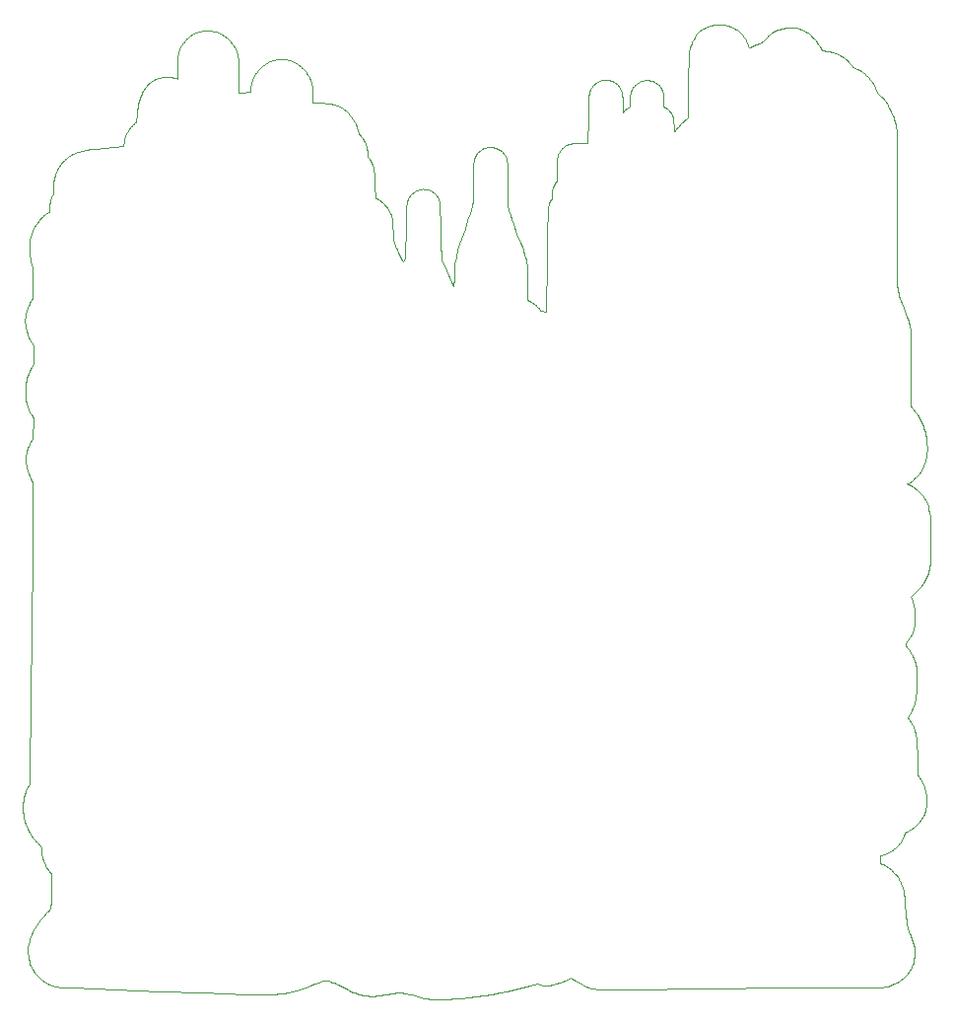
<source format=gm1>
G04 #@! TF.GenerationSoftware,KiCad,Pcbnew,9.0.3*
G04 #@! TF.CreationDate,2025-08-17T22:36:11+02:00*
G04 #@! TF.ProjectId,CH32PBG,43483332-5042-4472-9e6b-696361645f70,rev?*
G04 #@! TF.SameCoordinates,Original*
G04 #@! TF.FileFunction,Profile,NP*
%FSLAX46Y46*%
G04 Gerber Fmt 4.6, Leading zero omitted, Abs format (unit mm)*
G04 Created by KiCad (PCBNEW 9.0.3) date 2025-08-17 22:36:11*
%MOMM*%
%LPD*%
G01*
G04 APERTURE LIST*
G04 #@! TA.AperFunction,Profile*
%ADD10C,0.026458*%
G04 #@! TD*
G04 APERTURE END LIST*
D10*
X170571724Y-59170951D02*
X170768261Y-59190823D01*
X170877732Y-59208735D01*
X170986183Y-59231581D01*
X171093450Y-59259244D01*
X171199366Y-59291608D01*
X171303768Y-59328557D01*
X171406488Y-59369973D01*
X171507362Y-59415740D01*
X171606225Y-59465742D01*
X171702911Y-59519862D01*
X171797254Y-59577983D01*
X171889089Y-59639989D01*
X171978252Y-59705763D01*
X172064575Y-59775189D01*
X172147895Y-59848149D01*
X172228045Y-59924529D01*
X172304860Y-60004210D01*
X172360094Y-60065804D01*
X172413311Y-60129223D01*
X172464444Y-60194392D01*
X172513428Y-60261236D01*
X172560198Y-60329678D01*
X172604688Y-60399644D01*
X172646834Y-60471057D01*
X172686570Y-60543841D01*
X172723830Y-60617922D01*
X172758550Y-60693223D01*
X172790664Y-60769668D01*
X172820107Y-60847182D01*
X172846813Y-60925689D01*
X172870717Y-61005114D01*
X172891754Y-61085381D01*
X172909859Y-61166413D01*
X172984678Y-61129307D01*
X173060017Y-61093822D01*
X173211975Y-61026935D01*
X173365172Y-60964191D01*
X173519045Y-60904026D01*
X173826574Y-60785186D01*
X173979107Y-60723387D01*
X174130070Y-60657917D01*
X174202649Y-60561698D01*
X174276755Y-60470426D01*
X174352264Y-60383978D01*
X174429051Y-60302230D01*
X174506991Y-60225056D01*
X174585961Y-60152334D01*
X174665835Y-60083938D01*
X174746489Y-60019745D01*
X174827799Y-59959631D01*
X174909640Y-59903471D01*
X175074416Y-59802519D01*
X175239822Y-59715894D01*
X175404862Y-59642604D01*
X175568539Y-59581657D01*
X175729858Y-59532057D01*
X175887821Y-59492813D01*
X176041434Y-59462932D01*
X176189699Y-59441420D01*
X176331621Y-59427283D01*
X176466203Y-59419530D01*
X176592450Y-59417166D01*
X176716337Y-59424315D01*
X176837456Y-59437188D01*
X176955802Y-59455569D01*
X177071371Y-59479239D01*
X177184162Y-59507984D01*
X177294169Y-59541585D01*
X177401391Y-59579826D01*
X177505823Y-59622491D01*
X177607462Y-59669362D01*
X177706306Y-59720223D01*
X177802350Y-59774857D01*
X177895591Y-59833047D01*
X177986027Y-59894577D01*
X178073652Y-59959229D01*
X178240463Y-60097034D01*
X178395996Y-60244728D01*
X178540224Y-60400578D01*
X178673122Y-60562847D01*
X178794662Y-60729804D01*
X178904818Y-60899712D01*
X179003563Y-61070839D01*
X179090871Y-61241449D01*
X179166714Y-61409809D01*
X179260980Y-61412871D01*
X179381531Y-61422292D01*
X179523211Y-61438423D01*
X179680862Y-61461615D01*
X179849329Y-61492219D01*
X180023456Y-61530587D01*
X180111030Y-61552792D01*
X180198085Y-61577069D01*
X180283977Y-61603463D01*
X180368062Y-61632018D01*
X180430172Y-61655111D01*
X180491867Y-61679440D01*
X180553097Y-61705018D01*
X180613813Y-61731858D01*
X180673967Y-61759973D01*
X180733508Y-61789375D01*
X180792387Y-61820078D01*
X180850556Y-61852095D01*
X180907965Y-61885437D01*
X180964564Y-61920119D01*
X181020306Y-61956152D01*
X181075139Y-61993551D01*
X181129016Y-62032327D01*
X181181887Y-62072494D01*
X181233702Y-62114064D01*
X181284413Y-62157050D01*
X181325602Y-62194966D01*
X181365909Y-62233694D01*
X181405366Y-62273198D01*
X181444003Y-62313444D01*
X181481850Y-62354395D01*
X181518936Y-62396016D01*
X181590951Y-62481126D01*
X181660288Y-62568489D01*
X181727192Y-62657819D01*
X181791903Y-62748833D01*
X181854664Y-62841246D01*
X181920256Y-62864306D01*
X181985508Y-62888522D01*
X182050362Y-62913889D01*
X182114755Y-62940400D01*
X182178628Y-62968050D01*
X182241921Y-62996833D01*
X182304572Y-63026741D01*
X182366520Y-63057771D01*
X182402337Y-63076601D01*
X182437796Y-63096070D01*
X182472895Y-63116159D01*
X182507633Y-63136852D01*
X182542009Y-63158132D01*
X182576022Y-63179983D01*
X182642954Y-63225331D01*
X182708421Y-63272763D01*
X182772414Y-63322144D01*
X182834923Y-63373342D01*
X182895939Y-63426224D01*
X182965185Y-63489689D01*
X183033444Y-63554219D01*
X183100507Y-63619962D01*
X183166163Y-63687060D01*
X183230202Y-63755661D01*
X183292413Y-63825908D01*
X183352586Y-63897948D01*
X183381843Y-63934686D01*
X183410512Y-63971926D01*
X183454452Y-64031132D01*
X183496750Y-64091475D01*
X183537418Y-64152904D01*
X183576466Y-64215371D01*
X183613907Y-64278825D01*
X183649751Y-64343216D01*
X183684009Y-64408494D01*
X183716694Y-64474609D01*
X183747817Y-64541512D01*
X183777388Y-64609151D01*
X183805420Y-64677479D01*
X183831923Y-64746443D01*
X183856909Y-64815995D01*
X183880390Y-64886084D01*
X183902376Y-64956661D01*
X183922879Y-65027676D01*
X184026507Y-65105026D01*
X184127285Y-65189670D01*
X184225225Y-65281130D01*
X184320338Y-65378922D01*
X184412636Y-65482568D01*
X184502130Y-65591586D01*
X184588832Y-65705496D01*
X184672754Y-65823816D01*
X184753906Y-65946067D01*
X184832302Y-66071767D01*
X184907951Y-66200436D01*
X184980865Y-66331593D01*
X185051057Y-66464758D01*
X185118538Y-66599450D01*
X185245411Y-66871491D01*
X185303517Y-67015208D01*
X185356947Y-67159388D01*
X185405760Y-67304069D01*
X185450015Y-67449290D01*
X185489768Y-67595089D01*
X185525078Y-67741505D01*
X185556003Y-67888577D01*
X185582600Y-68036343D01*
X185604928Y-68184841D01*
X185623045Y-68334111D01*
X185637008Y-68484191D01*
X185646876Y-68635119D01*
X185652706Y-68786934D01*
X185654556Y-68939676D01*
X185652485Y-69093381D01*
X185646550Y-69248090D01*
X185642528Y-70866208D01*
X185632207Y-72485101D01*
X185610508Y-77657912D01*
X185607018Y-78805646D01*
X185606582Y-79379464D01*
X185610508Y-79953379D01*
X185612631Y-80519244D01*
X185616366Y-80759608D01*
X185622843Y-80980513D01*
X185632785Y-81188653D01*
X185646911Y-81390719D01*
X185665943Y-81593402D01*
X185690602Y-81803395D01*
X185725124Y-82007531D01*
X185771814Y-82217206D01*
X185828927Y-82430896D01*
X185894723Y-82647077D01*
X185967456Y-82864228D01*
X186045385Y-83080824D01*
X186209857Y-83506263D01*
X186524456Y-84283476D01*
X186646696Y-84610883D01*
X186692950Y-84753955D01*
X186726971Y-84881243D01*
X186741391Y-84946996D01*
X186753198Y-85013204D01*
X186762749Y-85079787D01*
X186770399Y-85146666D01*
X186776504Y-85213764D01*
X186781421Y-85281001D01*
X186789113Y-85415577D01*
X186815776Y-88651298D01*
X186823070Y-90269207D01*
X186819478Y-91887018D01*
X186915301Y-92008611D01*
X187045791Y-92182865D01*
X187201334Y-92403628D01*
X187372317Y-92664747D01*
X187460594Y-92808517D01*
X187549125Y-92960069D01*
X187636710Y-93118634D01*
X187722146Y-93283442D01*
X187804232Y-93453725D01*
X187881765Y-93628713D01*
X187953544Y-93807638D01*
X188018368Y-93989729D01*
X188066867Y-94187101D01*
X188109838Y-94385733D01*
X188146829Y-94585479D01*
X188177387Y-94786193D01*
X188201059Y-94987731D01*
X188217394Y-95189948D01*
X188225938Y-95392698D01*
X188226239Y-95595835D01*
X188223606Y-95690331D01*
X188219023Y-95784831D01*
X188212447Y-95879268D01*
X188203836Y-95973574D01*
X188193147Y-96067679D01*
X188180339Y-96161516D01*
X188165367Y-96255018D01*
X188148189Y-96348115D01*
X188128763Y-96440739D01*
X188107047Y-96532824D01*
X188082997Y-96624299D01*
X188056572Y-96715098D01*
X188027728Y-96805152D01*
X187996423Y-96894392D01*
X187962614Y-96982752D01*
X187926259Y-97070162D01*
X187902067Y-97126545D01*
X187876555Y-97182316D01*
X187849745Y-97237457D01*
X187821666Y-97291951D01*
X187792341Y-97345778D01*
X187761797Y-97398921D01*
X187730059Y-97451361D01*
X187697152Y-97503081D01*
X187663102Y-97554062D01*
X187627935Y-97604286D01*
X187591676Y-97653735D01*
X187554350Y-97702390D01*
X187515984Y-97750234D01*
X187476602Y-97797249D01*
X187436230Y-97843415D01*
X187394894Y-97888716D01*
X187345711Y-97939678D01*
X187295606Y-97989671D01*
X187244612Y-98038707D01*
X187192756Y-98086799D01*
X187086584Y-98180196D01*
X186977332Y-98269960D01*
X186865239Y-98356187D01*
X186750546Y-98438974D01*
X186633494Y-98518419D01*
X186514325Y-98594618D01*
X186554334Y-98610499D01*
X186594127Y-98626803D01*
X186633693Y-98643616D01*
X186673021Y-98661023D01*
X186712100Y-98679108D01*
X186750920Y-98697956D01*
X186789471Y-98717651D01*
X186827740Y-98738280D01*
X186870868Y-98761094D01*
X186913530Y-98784758D01*
X186955721Y-98809251D01*
X186997438Y-98834550D01*
X187038679Y-98860633D01*
X187079439Y-98887479D01*
X187119716Y-98915064D01*
X187159505Y-98943369D01*
X187198804Y-98972369D01*
X187237609Y-99002045D01*
X187275917Y-99032372D01*
X187313723Y-99063331D01*
X187387821Y-99127051D01*
X187459874Y-99193030D01*
X187658612Y-99392161D01*
X187832820Y-99592983D01*
X187983972Y-99799438D01*
X188113543Y-100015469D01*
X188223006Y-100245020D01*
X188313836Y-100492034D01*
X188387506Y-100760454D01*
X188445490Y-101054222D01*
X188489263Y-101377283D01*
X188520298Y-101733579D01*
X188540070Y-102127053D01*
X188550052Y-102561648D01*
X188546544Y-103569976D01*
X188521565Y-104790106D01*
X188513106Y-105075182D01*
X188506877Y-105217677D01*
X188498459Y-105359967D01*
X188487214Y-105501917D01*
X188472500Y-105643395D01*
X188453677Y-105784268D01*
X188430104Y-105924402D01*
X188384860Y-106106621D01*
X188330371Y-106282584D01*
X188267063Y-106452610D01*
X188195365Y-106617020D01*
X188115706Y-106776134D01*
X188028513Y-106930273D01*
X187934214Y-107079756D01*
X187833237Y-107224904D01*
X187726011Y-107366037D01*
X187612964Y-107503476D01*
X187494523Y-107637540D01*
X187371116Y-107768549D01*
X187243173Y-107896824D01*
X187111120Y-108022685D01*
X186975386Y-108146453D01*
X186836400Y-108268446D01*
X186881132Y-108371814D01*
X186922938Y-108476435D01*
X186961883Y-108582207D01*
X186998032Y-108689026D01*
X187031450Y-108796790D01*
X187062203Y-108905397D01*
X187090355Y-109014742D01*
X187115971Y-109124724D01*
X187133314Y-109206079D01*
X187148408Y-109288340D01*
X187161374Y-109371224D01*
X187172330Y-109454451D01*
X187181397Y-109537739D01*
X187188695Y-109620805D01*
X187198458Y-109785148D01*
X187202578Y-109945228D01*
X187202010Y-110098792D01*
X187197712Y-110243586D01*
X187190640Y-110377360D01*
X187184492Y-110458413D01*
X187176446Y-110539332D01*
X187166478Y-110620057D01*
X187154566Y-110700524D01*
X187140685Y-110780674D01*
X187124812Y-110860444D01*
X187106925Y-110939773D01*
X187086999Y-111018601D01*
X187065010Y-111096866D01*
X187040936Y-111174506D01*
X187014753Y-111251460D01*
X186986438Y-111327667D01*
X186955967Y-111403065D01*
X186923316Y-111477594D01*
X186888463Y-111551192D01*
X186851384Y-111623797D01*
X186827091Y-111667843D01*
X186802001Y-111711427D01*
X186776147Y-111754562D01*
X186749562Y-111797259D01*
X186694332Y-111881384D01*
X186636573Y-111963891D01*
X186576550Y-112044873D01*
X186514525Y-112124419D01*
X186450762Y-112202621D01*
X186385525Y-112279570D01*
X186386688Y-112317353D01*
X186387348Y-112353653D01*
X186387889Y-112371282D01*
X186388783Y-112388584D01*
X186390191Y-112405572D01*
X186392272Y-112422261D01*
X186395185Y-112438665D01*
X186399091Y-112454800D01*
X186404149Y-112470678D01*
X186407160Y-112478526D01*
X186410519Y-112486315D01*
X186414246Y-112494047D01*
X186418361Y-112501725D01*
X186422883Y-112509349D01*
X186427834Y-112516922D01*
X186433232Y-112524446D01*
X186439098Y-112531921D01*
X186445452Y-112539351D01*
X186452313Y-112546736D01*
X186516631Y-112627334D01*
X186579352Y-112709089D01*
X186640319Y-112792043D01*
X186699377Y-112876238D01*
X186756369Y-112961717D01*
X186811140Y-113048523D01*
X186863534Y-113136697D01*
X186913395Y-113226282D01*
X186960996Y-113317890D01*
X187007517Y-113410243D01*
X187052425Y-113503455D01*
X187095184Y-113597643D01*
X187135261Y-113692920D01*
X187172120Y-113789402D01*
X187189177Y-113838131D01*
X187205229Y-113887204D01*
X187220209Y-113936636D01*
X187234051Y-113986441D01*
X187265673Y-114126645D01*
X187292294Y-114267715D01*
X187314303Y-114409499D01*
X187332090Y-114551847D01*
X187346043Y-114694606D01*
X187356552Y-114837625D01*
X187364006Y-114980753D01*
X187368794Y-115123839D01*
X187370324Y-115295958D01*
X187369214Y-115468102D01*
X187365488Y-115640197D01*
X187359170Y-115812170D01*
X187350284Y-115983950D01*
X187338854Y-116155464D01*
X187324905Y-116326638D01*
X187308461Y-116497401D01*
X187282185Y-116718624D01*
X187267554Y-116829266D01*
X187251328Y-116939750D01*
X187233055Y-117049944D01*
X187212283Y-117159715D01*
X187188563Y-117268928D01*
X187161442Y-117377451D01*
X187141400Y-117442633D01*
X187120179Y-117507554D01*
X187097863Y-117572197D01*
X187074532Y-117636543D01*
X187050269Y-117700574D01*
X187025154Y-117764272D01*
X186999270Y-117827619D01*
X186972699Y-117890597D01*
X186928869Y-117989415D01*
X186883463Y-118087677D01*
X186836246Y-118185164D01*
X186786985Y-118281658D01*
X186735447Y-118376941D01*
X186681399Y-118470794D01*
X186624607Y-118563001D01*
X186564839Y-118653342D01*
X186564419Y-118655032D01*
X186564054Y-118656616D01*
X186563744Y-118658099D01*
X186563486Y-118659482D01*
X186563282Y-118660771D01*
X186563128Y-118661967D01*
X186563026Y-118663075D01*
X186562973Y-118664097D01*
X186562970Y-118665038D01*
X186563014Y-118665900D01*
X186563106Y-118666688D01*
X186563244Y-118667404D01*
X186563428Y-118668052D01*
X186563656Y-118668635D01*
X186563928Y-118669156D01*
X186564243Y-118669620D01*
X186564600Y-118670030D01*
X186564998Y-118670388D01*
X186565436Y-118670698D01*
X186565914Y-118670965D01*
X186566430Y-118671190D01*
X186566983Y-118671378D01*
X186567574Y-118671532D01*
X186568200Y-118671655D01*
X186569557Y-118671823D01*
X186571047Y-118671910D01*
X186574399Y-118671946D01*
X186626262Y-118732220D01*
X186676282Y-118794014D01*
X186724456Y-118857259D01*
X186770778Y-118921889D01*
X186815244Y-118987836D01*
X186857849Y-119055034D01*
X186898589Y-119123413D01*
X186937459Y-119192908D01*
X186974454Y-119263450D01*
X187009571Y-119334972D01*
X187042804Y-119407408D01*
X187074150Y-119480689D01*
X187103603Y-119554748D01*
X187131159Y-119629518D01*
X187156813Y-119704931D01*
X187180562Y-119780920D01*
X187199719Y-119847766D01*
X187217368Y-119914962D01*
X187248441Y-120050300D01*
X187274381Y-120186728D01*
X187295789Y-120324040D01*
X187313267Y-120462031D01*
X187327415Y-120600493D01*
X187338834Y-120739222D01*
X187348126Y-120878012D01*
X187364051Y-121209281D01*
X187374536Y-121540696D01*
X187383929Y-122203769D01*
X187389599Y-123529532D01*
X187437553Y-123589135D01*
X187484262Y-123649719D01*
X187529706Y-123711260D01*
X187573858Y-123773734D01*
X187616698Y-123837116D01*
X187658201Y-123901382D01*
X187698344Y-123966508D01*
X187737104Y-124032470D01*
X187774457Y-124099244D01*
X187810381Y-124166804D01*
X187844852Y-124235128D01*
X187877846Y-124304191D01*
X187909341Y-124373969D01*
X187939313Y-124444437D01*
X187967739Y-124515571D01*
X187994595Y-124587347D01*
X188049247Y-124765946D01*
X188083248Y-124907722D01*
X188116681Y-125079371D01*
X188145783Y-125277060D01*
X188166792Y-125496957D01*
X188175943Y-125735226D01*
X188169474Y-125988035D01*
X188143622Y-126251552D01*
X188094624Y-126521941D01*
X188060269Y-126658515D01*
X188018716Y-126795371D01*
X187969495Y-126932027D01*
X187912135Y-127068007D01*
X187846167Y-127202829D01*
X187771119Y-127336016D01*
X187686522Y-127467088D01*
X187591904Y-127595565D01*
X187486796Y-127720969D01*
X187370727Y-127842821D01*
X187243227Y-127960641D01*
X187103825Y-128073950D01*
X187060782Y-128106955D01*
X187017042Y-128138948D01*
X186972645Y-128169969D01*
X186927631Y-128200058D01*
X186835907Y-128257607D01*
X186742185Y-128311922D01*
X186646780Y-128363331D01*
X186550006Y-128412159D01*
X186452178Y-128458735D01*
X186353612Y-128503386D01*
X186333872Y-128558921D01*
X186313396Y-128614263D01*
X186292158Y-128669363D01*
X186270138Y-128724173D01*
X186247313Y-128778644D01*
X186223660Y-128832727D01*
X186199156Y-128886374D01*
X186173779Y-128939535D01*
X186138462Y-129011580D01*
X186101435Y-129082686D01*
X186062597Y-129152739D01*
X186021849Y-129221623D01*
X185979091Y-129289223D01*
X185934221Y-129355424D01*
X185887141Y-129420110D01*
X185862741Y-129451850D01*
X185837750Y-129483168D01*
X185781473Y-129549290D01*
X185723238Y-129613720D01*
X185663109Y-129676412D01*
X185601146Y-129737320D01*
X185537414Y-129796400D01*
X185471973Y-129853605D01*
X185404886Y-129908890D01*
X185336215Y-129962210D01*
X185266022Y-130013519D01*
X185194371Y-130062773D01*
X185121322Y-130109925D01*
X185046938Y-130154930D01*
X184971282Y-130197743D01*
X184894416Y-130238319D01*
X184816401Y-130276611D01*
X184737301Y-130312575D01*
X184675062Y-130338739D01*
X184612040Y-130362783D01*
X184548325Y-130385010D01*
X184484006Y-130405723D01*
X184419173Y-130425224D01*
X184353914Y-130443817D01*
X184222478Y-130479491D01*
X184222478Y-131131651D01*
X184353845Y-131200937D01*
X184483307Y-131273275D01*
X184610537Y-131348857D01*
X184735206Y-131427876D01*
X184856988Y-131510526D01*
X184975554Y-131597000D01*
X185090577Y-131687490D01*
X185201729Y-131782190D01*
X185308684Y-131881292D01*
X185411112Y-131984990D01*
X185508687Y-132093477D01*
X185601081Y-132206946D01*
X185687967Y-132325589D01*
X185769017Y-132449600D01*
X185843902Y-132579173D01*
X185912297Y-132714499D01*
X185936722Y-132759314D01*
X185960115Y-132804605D01*
X185982500Y-132850349D01*
X186003900Y-132896527D01*
X186043847Y-132990097D01*
X186080147Y-133085144D01*
X186112996Y-133181500D01*
X186142587Y-133278994D01*
X186169113Y-133377458D01*
X186192769Y-133476721D01*
X186223038Y-133631616D01*
X186248982Y-133786595D01*
X186289954Y-134097777D01*
X186319811Y-134412204D01*
X186342678Y-134731815D01*
X186383945Y-135394339D01*
X186410596Y-135741127D01*
X186446759Y-136100851D01*
X186465977Y-136243222D01*
X186476336Y-136315086D01*
X186487324Y-136387144D01*
X186508124Y-136494166D01*
X186529847Y-136590283D01*
X186552597Y-136677299D01*
X186576477Y-136757015D01*
X186601590Y-136831233D01*
X186628039Y-136901753D01*
X186685359Y-137038909D01*
X186749261Y-137182896D01*
X186820571Y-137348127D01*
X186859261Y-137443213D01*
X186900113Y-137549015D01*
X186943229Y-137667333D01*
X186988713Y-137799971D01*
X187029766Y-137930777D01*
X187066622Y-138063024D01*
X187098738Y-138196554D01*
X187125576Y-138331209D01*
X187136846Y-138398910D01*
X187146593Y-138466834D01*
X187154751Y-138534960D01*
X187161251Y-138603269D01*
X187166026Y-138671741D01*
X187169008Y-138740358D01*
X187170129Y-138809098D01*
X187169323Y-138877943D01*
X187158602Y-139055930D01*
X187139361Y-139227373D01*
X187112024Y-139392354D01*
X187077010Y-139550957D01*
X187034742Y-139703265D01*
X186985641Y-139849362D01*
X186930129Y-139989332D01*
X186868626Y-140123256D01*
X186801554Y-140251220D01*
X186729335Y-140373305D01*
X186652389Y-140489596D01*
X186571139Y-140600176D01*
X186486005Y-140705128D01*
X186397410Y-140804536D01*
X186305773Y-140898483D01*
X186211518Y-140987052D01*
X186115064Y-141070327D01*
X186016834Y-141148391D01*
X185816730Y-141289219D01*
X185614577Y-141410205D01*
X185413745Y-141512013D01*
X185217605Y-141595312D01*
X185029529Y-141660768D01*
X184852888Y-141709049D01*
X184691052Y-141740820D01*
X184644330Y-141750735D01*
X184597525Y-141759413D01*
X184550645Y-141766935D01*
X184503696Y-141773385D01*
X184409628Y-141783396D01*
X184315383Y-141790107D01*
X184221022Y-141794178D01*
X184126608Y-141796268D01*
X183937871Y-141797148D01*
X176386706Y-141841581D01*
X168847593Y-141929760D01*
X162870716Y-141994007D01*
X160952547Y-141996006D01*
X160006257Y-141966643D01*
X159817732Y-141945673D01*
X159723518Y-141935004D01*
X159629487Y-141923299D01*
X159535752Y-141909875D01*
X159442428Y-141894046D01*
X159349628Y-141875129D01*
X159303460Y-141864298D01*
X159257466Y-141852438D01*
X159207521Y-141838412D01*
X159158012Y-141823120D01*
X159108925Y-141806630D01*
X159060247Y-141789006D01*
X159011966Y-141770317D01*
X158964069Y-141750628D01*
X158869375Y-141708520D01*
X158776061Y-141663214D01*
X158684026Y-141615244D01*
X158593165Y-141565142D01*
X158503377Y-141513441D01*
X158281764Y-141379495D01*
X158061107Y-141243756D01*
X157839117Y-141110050D01*
X157726908Y-141045156D01*
X157613507Y-140982207D01*
X157161210Y-141184782D01*
X156876467Y-141308734D01*
X156731323Y-141367764D01*
X156584595Y-141423549D01*
X156436479Y-141475128D01*
X156287173Y-141521541D01*
X156136875Y-141561827D01*
X155985781Y-141595025D01*
X155834089Y-141620176D01*
X155681996Y-141636317D01*
X155529700Y-141642489D01*
X155377399Y-141637731D01*
X155225288Y-141621083D01*
X155149367Y-141607999D01*
X155073567Y-141591583D01*
X154997914Y-141571714D01*
X154922432Y-141548271D01*
X154847145Y-141521136D01*
X154772080Y-141490187D01*
X154117310Y-141663737D01*
X153460570Y-141829614D01*
X152801708Y-141986443D01*
X152140570Y-142132850D01*
X151477004Y-142267460D01*
X150810857Y-142388898D01*
X150141976Y-142495789D01*
X149470208Y-142586760D01*
X148788870Y-142672673D01*
X148173659Y-142740550D01*
X147619215Y-142791043D01*
X147120177Y-142824802D01*
X146671186Y-142842480D01*
X146266882Y-142844729D01*
X145901906Y-142832200D01*
X145570897Y-142805545D01*
X145268496Y-142765416D01*
X144989343Y-142712464D01*
X144728078Y-142647341D01*
X144470000Y-142570700D01*
X144210000Y-142500000D01*
X143950000Y-142430000D01*
X143730000Y-142380000D01*
X143500000Y-142330000D01*
X143290000Y-142290000D01*
X143120000Y-142260000D01*
X143010000Y-142240000D01*
X142920000Y-142230000D01*
X142860000Y-142230000D01*
X142770000Y-142240000D01*
X142710000Y-142250000D01*
X142600000Y-142270000D01*
X142470000Y-142290000D01*
X142350000Y-142310000D01*
X142240000Y-142330000D01*
X142110000Y-142350000D01*
X141990000Y-142370000D01*
X141870000Y-142390000D01*
X141700000Y-142420000D01*
X141520000Y-142450000D01*
X141397116Y-142470007D01*
X141233783Y-142499079D01*
X141069392Y-142521518D01*
X140904127Y-142537313D01*
X140738174Y-142546455D01*
X140404943Y-142544747D01*
X140071178Y-142516320D01*
X139904557Y-142492065D01*
X139738359Y-142461103D01*
X139572767Y-142423425D01*
X139407966Y-142379022D01*
X139244142Y-142327885D01*
X139081480Y-142270005D01*
X138920163Y-142205372D01*
X138760379Y-142133978D01*
X138602311Y-142055814D01*
X138440000Y-141970000D01*
X138310000Y-141910000D01*
X138130000Y-141820000D01*
X137960000Y-141730000D01*
X137780000Y-141650000D01*
X137660000Y-141590000D01*
X137550000Y-141540000D01*
X137420000Y-141480000D01*
X137280000Y-141420000D01*
X137160000Y-141360000D01*
X136980000Y-141290000D01*
X136840000Y-141230000D01*
X136660000Y-141200000D01*
X136520000Y-141200000D01*
X136390000Y-141220000D01*
X136240000Y-141260000D01*
X135990000Y-141360000D01*
X135620000Y-141490000D01*
X135300000Y-141610000D01*
X134850000Y-141780000D01*
X134320000Y-141980000D01*
X133740000Y-142170000D01*
X133310000Y-142270000D01*
X132940000Y-142330000D01*
X132540000Y-142360000D01*
X132220000Y-142370000D01*
X131960000Y-142370000D01*
X131860000Y-142370000D01*
X131780000Y-142370000D01*
X131700000Y-142370000D01*
X131640000Y-142370000D01*
X131580000Y-142370000D01*
X131504103Y-142370000D01*
X131430000Y-142370000D01*
X131360000Y-142370000D01*
X131168429Y-142375061D01*
X130964504Y-142377569D01*
X130556650Y-142376697D01*
X129741051Y-142369719D01*
X126018463Y-142255024D01*
X122296673Y-142117605D01*
X114853846Y-141824019D01*
X114313811Y-141811165D01*
X114178890Y-141805998D01*
X114044066Y-141798948D01*
X113909373Y-141789462D01*
X113774842Y-141776991D01*
X113528003Y-141744205D01*
X113289199Y-141694331D01*
X113058973Y-141628008D01*
X112837871Y-141545872D01*
X112626436Y-141448562D01*
X112425214Y-141336715D01*
X112234747Y-141210969D01*
X112055582Y-141071963D01*
X111888261Y-140920333D01*
X111733330Y-140756717D01*
X111591332Y-140581753D01*
X111462813Y-140396080D01*
X111348316Y-140200334D01*
X111248385Y-139995153D01*
X111163566Y-139781176D01*
X111094402Y-139559039D01*
X111041438Y-139329382D01*
X111005218Y-139092840D01*
X110986286Y-138850053D01*
X110985187Y-138601657D01*
X111002465Y-138348292D01*
X111038665Y-138090594D01*
X111094330Y-137829201D01*
X111170005Y-137564750D01*
X111266235Y-137297881D01*
X111383564Y-137029230D01*
X111522535Y-136759435D01*
X111683694Y-136489134D01*
X111867585Y-136218965D01*
X112074752Y-135949565D01*
X112305740Y-135681573D01*
X112561092Y-135415625D01*
X112606027Y-135369664D01*
X112652323Y-135325053D01*
X112699767Y-135281593D01*
X112748145Y-135239085D01*
X112797243Y-135197327D01*
X112846849Y-135156120D01*
X112946728Y-135074560D01*
X112948827Y-134773157D01*
X112951778Y-134622844D01*
X112957321Y-134472533D01*
X112969045Y-133260203D01*
X112970511Y-132654038D01*
X112966623Y-132047873D01*
X112893614Y-131949775D01*
X112857736Y-131900360D01*
X112822349Y-131850661D01*
X112787507Y-131800646D01*
X112753264Y-131750287D01*
X112719675Y-131699553D01*
X112686795Y-131648413D01*
X112601781Y-131510509D01*
X112522250Y-131369359D01*
X112484650Y-131297613D01*
X112448551Y-131225110D01*
X112413997Y-131151868D01*
X112381032Y-131077905D01*
X112349699Y-131003240D01*
X112320041Y-130927891D01*
X112292103Y-130851875D01*
X112265927Y-130775211D01*
X112241557Y-130697918D01*
X112219037Y-130620012D01*
X112198410Y-130541513D01*
X112179720Y-130462439D01*
X112168182Y-130411464D01*
X112157881Y-130360286D01*
X112140654Y-130257389D01*
X112127373Y-130153873D01*
X112117369Y-130049868D01*
X112109976Y-129945499D01*
X112104525Y-129840894D01*
X112096780Y-129631483D01*
X112040922Y-129589476D01*
X111985798Y-129546379D01*
X111931489Y-129502167D01*
X111878075Y-129456817D01*
X111825636Y-129410304D01*
X111774252Y-129362605D01*
X111724004Y-129313694D01*
X111674971Y-129263548D01*
X111622070Y-129205727D01*
X111570432Y-129146817D01*
X111520055Y-129086856D01*
X111470938Y-129025883D01*
X111423076Y-128963935D01*
X111376470Y-128901050D01*
X111331115Y-128837265D01*
X111287010Y-128772620D01*
X111244152Y-128707150D01*
X111202540Y-128640895D01*
X111123042Y-128506178D01*
X111048498Y-128368772D01*
X110978889Y-128228979D01*
X110933347Y-128130245D01*
X110890415Y-128030392D01*
X110850089Y-127929485D01*
X110812366Y-127827594D01*
X110777242Y-127724786D01*
X110744715Y-127621127D01*
X110714780Y-127516685D01*
X110687434Y-127411528D01*
X110662674Y-127305723D01*
X110640497Y-127199337D01*
X110620899Y-127092438D01*
X110603876Y-126985093D01*
X110589425Y-126877370D01*
X110577544Y-126769335D01*
X110568227Y-126661057D01*
X110561473Y-126552603D01*
X110555055Y-126401490D01*
X110554216Y-126250244D01*
X110559109Y-126099120D01*
X110569886Y-125948372D01*
X110586702Y-125798254D01*
X110609708Y-125649020D01*
X110623580Y-125574815D01*
X110639057Y-125500925D01*
X110656158Y-125427385D01*
X110674903Y-125354224D01*
X110692853Y-125288239D01*
X110711247Y-125225103D01*
X110730017Y-125164726D01*
X110749098Y-125107018D01*
X110768424Y-125051891D01*
X110787930Y-124999255D01*
X110807549Y-124949022D01*
X110827215Y-124901102D01*
X110866426Y-124811844D01*
X110905035Y-124730770D01*
X110942515Y-124657165D01*
X110978340Y-124590317D01*
X111042913Y-124474040D01*
X111070607Y-124423184D01*
X111094535Y-124376232D01*
X111114172Y-124332472D01*
X111122216Y-124311566D01*
X111128989Y-124291190D01*
X111134426Y-124271256D01*
X111138460Y-124251674D01*
X111141026Y-124232355D01*
X111142057Y-124213209D01*
X111146418Y-123852054D01*
X111149652Y-123671016D01*
X111155235Y-123489737D01*
X111291354Y-110974417D01*
X111345540Y-104717265D01*
X111361295Y-98458708D01*
X111274740Y-98281192D01*
X111189003Y-98091861D01*
X111106488Y-97891616D01*
X111029601Y-97681357D01*
X110960745Y-97461988D01*
X110902325Y-97234410D01*
X110856746Y-96999524D01*
X110826411Y-96758231D01*
X110813727Y-96511434D01*
X110821097Y-96260033D01*
X110833054Y-96132888D01*
X110850926Y-96004931D01*
X110875013Y-95876273D01*
X110905618Y-95747029D01*
X110943039Y-95617309D01*
X110987578Y-95487228D01*
X111039534Y-95356897D01*
X111099210Y-95226430D01*
X111166905Y-95095939D01*
X111242919Y-94965537D01*
X111327554Y-94835337D01*
X111421110Y-94705450D01*
X111456896Y-92987208D01*
X111341776Y-92801163D01*
X111259491Y-92644692D01*
X111168336Y-92450249D01*
X111074021Y-92221078D01*
X110982257Y-91960426D01*
X110898753Y-91671536D01*
X110829221Y-91357656D01*
X110779371Y-91022028D01*
X110754912Y-90667899D01*
X110761555Y-90298515D01*
X110778324Y-90109115D01*
X110805010Y-89917119D01*
X110842327Y-89722931D01*
X110890988Y-89526957D01*
X110951707Y-89329603D01*
X111025199Y-89131275D01*
X111112176Y-88932378D01*
X111213352Y-88733317D01*
X111329442Y-88534499D01*
X111461159Y-88336329D01*
X111453537Y-86727125D01*
X111302108Y-86482930D01*
X111167342Y-86234786D01*
X111049919Y-85983236D01*
X110950518Y-85728826D01*
X110869818Y-85472100D01*
X110808498Y-85213601D01*
X110767238Y-84953875D01*
X110746717Y-84693465D01*
X110747613Y-84432915D01*
X110756306Y-84302758D01*
X110770607Y-84172771D01*
X110790603Y-84043021D01*
X110816377Y-83913576D01*
X110848016Y-83784504D01*
X110885603Y-83655874D01*
X110929224Y-83527754D01*
X110978964Y-83400211D01*
X111034907Y-83273313D01*
X111097138Y-83147129D01*
X111165743Y-83021726D01*
X111240806Y-82897174D01*
X111322412Y-82773538D01*
X111410646Y-82650889D01*
X111419126Y-82087938D01*
X111420351Y-81249424D01*
X111414334Y-80460906D01*
X111408613Y-80187134D01*
X111401086Y-80047947D01*
X111320952Y-79786254D01*
X111252340Y-79521629D01*
X111196042Y-79254857D01*
X111152851Y-78986723D01*
X111123561Y-78718015D01*
X111108964Y-78449516D01*
X111109853Y-78182014D01*
X111127023Y-77916294D01*
X111161265Y-77653142D01*
X111213374Y-77393343D01*
X111284141Y-77137683D01*
X111374361Y-76886948D01*
X111484826Y-76641924D01*
X111547899Y-76521799D01*
X111616330Y-76403396D01*
X111690219Y-76286814D01*
X111769666Y-76172151D01*
X111854768Y-76059504D01*
X111945626Y-75948973D01*
X111992051Y-75897352D01*
X112039418Y-75846575D01*
X112087717Y-75796673D01*
X112136938Y-75747677D01*
X112187072Y-75699620D01*
X112238109Y-75652534D01*
X112290040Y-75606450D01*
X112342856Y-75561400D01*
X112396547Y-75517415D01*
X112451104Y-75474529D01*
X112506516Y-75432771D01*
X112562776Y-75392175D01*
X112619872Y-75352772D01*
X112677797Y-75314594D01*
X112736539Y-75277672D01*
X112796091Y-75242039D01*
X112822852Y-74847691D01*
X112841553Y-74650314D01*
X112853718Y-74552150D01*
X112868325Y-74454555D01*
X112885798Y-74357692D01*
X112906560Y-74261726D01*
X112931038Y-74166821D01*
X112959653Y-74073142D01*
X112992830Y-73980853D01*
X113030994Y-73890118D01*
X113074569Y-73801101D01*
X113123978Y-73713967D01*
X113129117Y-73449650D01*
X113137644Y-73272742D01*
X113152012Y-73073761D01*
X113173623Y-72858525D01*
X113203878Y-72632856D01*
X113222686Y-72517927D01*
X113244180Y-72402572D01*
X113268537Y-72287518D01*
X113295931Y-72173493D01*
X113310963Y-72113687D01*
X113327726Y-72054427D01*
X113346157Y-71995724D01*
X113366195Y-71937590D01*
X113387777Y-71880037D01*
X113410840Y-71823078D01*
X113435324Y-71766724D01*
X113461166Y-71710988D01*
X113486932Y-71659064D01*
X113513602Y-71607566D01*
X113541175Y-71556520D01*
X113569649Y-71505954D01*
X113599023Y-71455893D01*
X113629295Y-71406365D01*
X113660465Y-71357395D01*
X113692532Y-71309010D01*
X113725493Y-71261237D01*
X113759347Y-71214102D01*
X113794093Y-71167632D01*
X113829731Y-71121853D01*
X113866257Y-71076792D01*
X113903672Y-71032474D01*
X113941974Y-70988927D01*
X113981161Y-70946178D01*
X114035047Y-70889821D01*
X114089544Y-70834064D01*
X114144804Y-70779118D01*
X114200979Y-70725196D01*
X114258220Y-70672509D01*
X114316678Y-70621270D01*
X114376504Y-70571690D01*
X114406978Y-70547589D01*
X114437851Y-70523981D01*
X114465596Y-70503114D01*
X114493781Y-70482760D01*
X114551374Y-70443616D01*
X114610438Y-70406592D01*
X114670782Y-70371729D01*
X114732217Y-70339071D01*
X114794552Y-70308660D01*
X114857594Y-70280537D01*
X114921155Y-70254747D01*
X114990865Y-70226004D01*
X115061035Y-70198048D01*
X115131637Y-70171085D01*
X115202646Y-70145322D01*
X115274037Y-70120963D01*
X115345784Y-70098216D01*
X115417861Y-70077285D01*
X115490242Y-70058377D01*
X115553337Y-70040406D01*
X115616738Y-70024294D01*
X115680407Y-70009769D01*
X115744312Y-69996558D01*
X115808416Y-69984389D01*
X115872685Y-69972989D01*
X116001580Y-69951406D01*
X116399582Y-69892754D01*
X116798196Y-69839244D01*
X117596702Y-69742827D01*
X119194925Y-69558666D01*
X119197654Y-69501083D01*
X119204693Y-69414747D01*
X119218100Y-69303703D01*
X119239932Y-69171997D01*
X119254650Y-69099659D01*
X119272246Y-69023673D01*
X119292978Y-68944544D01*
X119317101Y-68862778D01*
X119344874Y-68778880D01*
X119376554Y-68693356D01*
X119412397Y-68606711D01*
X119452661Y-68519452D01*
X119488386Y-68448118D01*
X119526296Y-68377941D01*
X119566344Y-68308976D01*
X119608482Y-68241280D01*
X119652660Y-68174906D01*
X119698831Y-68109912D01*
X119746945Y-68046351D01*
X119796955Y-67984278D01*
X119848812Y-67923751D01*
X119902468Y-67864822D01*
X119957874Y-67807549D01*
X120014981Y-67751985D01*
X120073742Y-67698187D01*
X120134107Y-67646209D01*
X120196029Y-67596107D01*
X120259459Y-67547936D01*
X120338330Y-66815939D01*
X120361250Y-66633364D01*
X120387104Y-66451200D01*
X120416719Y-66269570D01*
X120450921Y-66088593D01*
X120480031Y-65951499D01*
X120513077Y-65815144D01*
X120550169Y-65679734D01*
X120591416Y-65545474D01*
X120636925Y-65412571D01*
X120686807Y-65281230D01*
X120741170Y-65151657D01*
X120800124Y-65024059D01*
X120821699Y-64979479D01*
X120844036Y-64935285D01*
X120867135Y-64891498D01*
X120890997Y-64848141D01*
X120915624Y-64805234D01*
X120941017Y-64762801D01*
X120967177Y-64720863D01*
X120994104Y-64679441D01*
X121021801Y-64638559D01*
X121050267Y-64598238D01*
X121079506Y-64558499D01*
X121109516Y-64519365D01*
X121140300Y-64480859D01*
X121171859Y-64443000D01*
X121204194Y-64405813D01*
X121237306Y-64369318D01*
X121275698Y-64328753D01*
X121315047Y-64289062D01*
X121355339Y-64250298D01*
X121396563Y-64212513D01*
X121438705Y-64175756D01*
X121481755Y-64140081D01*
X121525698Y-64105538D01*
X121570522Y-64072179D01*
X121616216Y-64040055D01*
X121662766Y-64009218D01*
X121710161Y-63979720D01*
X121758386Y-63951611D01*
X121807431Y-63924944D01*
X121857282Y-63899769D01*
X121907928Y-63876139D01*
X121959355Y-63854104D01*
X122015506Y-63832089D01*
X122072170Y-63811577D01*
X122129309Y-63792556D01*
X122186889Y-63775015D01*
X122244873Y-63758942D01*
X122303225Y-63744327D01*
X122361909Y-63731158D01*
X122420890Y-63719422D01*
X122480132Y-63709111D01*
X122539597Y-63700210D01*
X122599252Y-63692711D01*
X122659058Y-63686600D01*
X122718982Y-63681867D01*
X122778985Y-63678500D01*
X122839034Y-63676489D01*
X122899091Y-63675821D01*
X123012856Y-63677373D01*
X123126524Y-63682910D01*
X123239914Y-63692589D01*
X123352843Y-63706568D01*
X123465130Y-63725004D01*
X123520976Y-63735943D01*
X123576594Y-63748054D01*
X123631960Y-63761359D01*
X123687052Y-63775877D01*
X123741847Y-63791627D01*
X123796323Y-63808629D01*
X123799101Y-63261117D01*
X123802137Y-62987313D01*
X123807692Y-62713605D01*
X123809792Y-62445469D01*
X123812743Y-62311522D01*
X123815128Y-62244600D01*
X123818286Y-62177721D01*
X123823214Y-62080832D01*
X123831916Y-61984235D01*
X123844350Y-61888065D01*
X123860475Y-61792457D01*
X123880248Y-61697545D01*
X123903628Y-61603464D01*
X123930573Y-61510350D01*
X123961042Y-61418336D01*
X123994993Y-61327557D01*
X124032385Y-61238148D01*
X124073175Y-61150245D01*
X124117323Y-61063981D01*
X124164786Y-60979491D01*
X124215523Y-60896910D01*
X124269492Y-60816374D01*
X124326652Y-60738015D01*
X124381918Y-60669243D01*
X124438831Y-60601767D01*
X124497427Y-60535720D01*
X124557743Y-60471236D01*
X124619815Y-60408447D01*
X124683680Y-60347487D01*
X124749374Y-60288489D01*
X124782918Y-60259768D01*
X124816932Y-60231587D01*
X124845239Y-60208342D01*
X124873908Y-60185686D01*
X124932304Y-60142081D01*
X124992063Y-60100644D01*
X125053126Y-60061248D01*
X125115437Y-60023765D01*
X125178938Y-59988069D01*
X125243572Y-59954033D01*
X125309280Y-59921528D01*
X125363819Y-59897753D01*
X125418939Y-59875265D01*
X125474604Y-59854067D01*
X125530778Y-59834162D01*
X125587424Y-59815553D01*
X125644507Y-59798243D01*
X125701989Y-59782235D01*
X125759834Y-59767532D01*
X125818006Y-59754137D01*
X125876469Y-59742053D01*
X125935186Y-59731283D01*
X125994122Y-59721831D01*
X126053239Y-59713698D01*
X126112501Y-59706889D01*
X126171872Y-59701406D01*
X126231316Y-59697252D01*
X126306628Y-59693491D01*
X126382084Y-59691723D01*
X126457611Y-59691981D01*
X126533131Y-59694297D01*
X126608569Y-59698702D01*
X126683851Y-59705228D01*
X126758898Y-59713907D01*
X126833638Y-59724770D01*
X126907992Y-59737850D01*
X126981886Y-59753178D01*
X127055245Y-59770786D01*
X127127991Y-59790706D01*
X127200050Y-59812969D01*
X127271347Y-59837608D01*
X127341804Y-59864654D01*
X127411347Y-59894139D01*
X127481288Y-59926935D01*
X127550211Y-59961721D01*
X127618090Y-59998441D01*
X127684902Y-60037041D01*
X127750620Y-60077463D01*
X127815220Y-60119653D01*
X127878677Y-60163553D01*
X127940967Y-60209107D01*
X128002063Y-60256261D01*
X128061941Y-60304957D01*
X128120576Y-60355140D01*
X128177944Y-60406754D01*
X128234018Y-60459742D01*
X128288775Y-60514049D01*
X128342188Y-60569618D01*
X128394234Y-60626395D01*
X128439215Y-60677793D01*
X128483128Y-60730237D01*
X128525898Y-60783706D01*
X128567455Y-60838179D01*
X128607725Y-60893636D01*
X128646635Y-60950057D01*
X128684113Y-61007422D01*
X128720086Y-61065709D01*
X128754482Y-61124898D01*
X128787227Y-61184969D01*
X128818250Y-61245902D01*
X128847477Y-61307675D01*
X128874835Y-61370270D01*
X128900253Y-61433664D01*
X128923657Y-61497838D01*
X128944975Y-61562771D01*
X128959547Y-61612916D01*
X128972832Y-61663341D01*
X128984893Y-61714023D01*
X128995794Y-61764939D01*
X129014368Y-61867386D01*
X129029062Y-61970498D01*
X129040383Y-62074095D01*
X129048838Y-62177995D01*
X129054935Y-62282016D01*
X129059180Y-62385977D01*
X129064557Y-63707408D01*
X129073519Y-65029226D01*
X129195438Y-65025071D01*
X129332170Y-65017010D01*
X129621209Y-64994668D01*
X129882900Y-64973198D01*
X129985447Y-64966226D01*
X130059506Y-64963597D01*
X130064763Y-64872142D01*
X130071741Y-64780759D01*
X130080624Y-64689522D01*
X130091594Y-64598503D01*
X130104836Y-64507775D01*
X130120531Y-64417410D01*
X130138864Y-64327481D01*
X130160018Y-64238060D01*
X130182835Y-64152318D01*
X130208777Y-64067592D01*
X130237731Y-63983933D01*
X130269587Y-63901388D01*
X130304235Y-63820006D01*
X130341565Y-63739835D01*
X130381465Y-63660923D01*
X130423825Y-63583320D01*
X130467144Y-63509171D01*
X130512443Y-63436174D01*
X130559688Y-63364394D01*
X130608845Y-63293891D01*
X130659879Y-63224731D01*
X130712758Y-63156974D01*
X130767448Y-63090685D01*
X130823913Y-63025925D01*
X130882122Y-62962758D01*
X130942039Y-62901246D01*
X131003630Y-62841453D01*
X131066863Y-62783441D01*
X131131703Y-62727273D01*
X131198116Y-62673012D01*
X131266068Y-62620721D01*
X131335526Y-62570462D01*
X131395621Y-62529064D01*
X131457018Y-62489753D01*
X131519645Y-62452529D01*
X131583428Y-62417394D01*
X131648295Y-62384353D01*
X131714173Y-62353406D01*
X131780990Y-62324555D01*
X131848673Y-62297804D01*
X131917150Y-62273154D01*
X131986347Y-62250608D01*
X132056192Y-62230167D01*
X132126612Y-62211835D01*
X132197535Y-62195614D01*
X132268888Y-62181505D01*
X132340598Y-62169511D01*
X132412592Y-62159634D01*
X132501318Y-62149653D01*
X132590348Y-62142768D01*
X132679572Y-62138972D01*
X132768881Y-62138261D01*
X132858164Y-62140629D01*
X132947312Y-62146072D01*
X133036213Y-62154583D01*
X133124758Y-62166158D01*
X133212837Y-62180791D01*
X133300339Y-62198477D01*
X133387155Y-62219211D01*
X133473175Y-62242986D01*
X133558287Y-62269799D01*
X133642382Y-62299644D01*
X133725351Y-62332515D01*
X133807082Y-62368407D01*
X133873833Y-62400517D01*
X133939534Y-62434605D01*
X134004161Y-62470613D01*
X134067692Y-62508482D01*
X134130102Y-62548157D01*
X134191369Y-62589578D01*
X134251469Y-62632689D01*
X134310377Y-62677432D01*
X134368072Y-62723750D01*
X134424528Y-62771584D01*
X134479724Y-62820878D01*
X134533635Y-62871574D01*
X134586238Y-62923614D01*
X134637510Y-62976941D01*
X134687426Y-63031498D01*
X134735964Y-63087226D01*
X134810065Y-63178665D01*
X134881460Y-63272357D01*
X134949939Y-63368277D01*
X135015292Y-63466402D01*
X135077307Y-63566707D01*
X135135776Y-63669167D01*
X135190487Y-63773759D01*
X135216368Y-63826847D01*
X135241231Y-63880459D01*
X135259845Y-63923312D01*
X135277204Y-63966586D01*
X135293355Y-64010256D01*
X135308343Y-64054294D01*
X135322217Y-64098674D01*
X135335023Y-64143370D01*
X135346807Y-64188355D01*
X135357616Y-64233603D01*
X135376497Y-64324781D01*
X135392039Y-64416691D01*
X135404617Y-64509122D01*
X135414605Y-64601862D01*
X135423485Y-64758168D01*
X135430663Y-64914674D01*
X135441138Y-65228116D01*
X135455172Y-65855532D01*
X136039388Y-65876389D01*
X136332946Y-65891331D01*
X136625433Y-65915412D01*
X136770798Y-65932316D01*
X136915322Y-65953228D01*
X137058815Y-65978723D01*
X137201086Y-66009375D01*
X137341943Y-66045759D01*
X137481196Y-66088449D01*
X137618654Y-66138020D01*
X137754126Y-66195047D01*
X137813432Y-66225722D01*
X137871827Y-66258025D01*
X137929302Y-66291900D01*
X137985846Y-66327290D01*
X138041453Y-66364139D01*
X138096111Y-66402392D01*
X138149813Y-66441992D01*
X138202549Y-66482884D01*
X138254309Y-66525011D01*
X138305086Y-66568318D01*
X138354870Y-66612748D01*
X138403651Y-66658245D01*
X138451421Y-66704754D01*
X138498170Y-66752217D01*
X138543891Y-66800581D01*
X138588572Y-66849787D01*
X138658382Y-66936732D01*
X138725181Y-67024910D01*
X138789031Y-67114328D01*
X138849998Y-67204998D01*
X138908147Y-67296927D01*
X138963540Y-67390125D01*
X139016243Y-67484600D01*
X139066321Y-67580363D01*
X139113836Y-67677421D01*
X139158855Y-67775784D01*
X139201440Y-67875462D01*
X139241657Y-67976462D01*
X139279570Y-68078795D01*
X139315242Y-68182469D01*
X139348740Y-68287494D01*
X139380126Y-68393878D01*
X139387647Y-68413878D01*
X139394809Y-68434210D01*
X139408645Y-68475075D01*
X139415615Y-68495208D01*
X139422820Y-68514874D01*
X139430405Y-68533875D01*
X139434388Y-68543063D01*
X139438521Y-68552009D01*
X139553737Y-68695289D01*
X139610155Y-68767829D01*
X139665234Y-68841332D01*
X139718563Y-68916070D01*
X139769732Y-68992316D01*
X139794377Y-69031089D01*
X139818329Y-69070342D01*
X139841536Y-69110108D01*
X139863946Y-69150421D01*
X139899974Y-69211015D01*
X139933655Y-69272984D01*
X139964855Y-69336248D01*
X139979484Y-69368341D01*
X139993444Y-69400729D01*
X140006718Y-69433402D01*
X140019289Y-69466349D01*
X140031142Y-69499562D01*
X140042260Y-69533029D01*
X140052626Y-69566742D01*
X140062224Y-69600690D01*
X140071037Y-69634863D01*
X140079049Y-69669253D01*
X140090250Y-69722057D01*
X140100234Y-69775036D01*
X140116973Y-69881449D01*
X140130111Y-69988347D01*
X140140496Y-70095583D01*
X140171422Y-70525014D01*
X140204668Y-70560946D01*
X140220950Y-70579026D01*
X140237018Y-70597361D01*
X140252879Y-70616084D01*
X140268544Y-70635327D01*
X140284022Y-70655225D01*
X140299321Y-70675909D01*
X140328572Y-70715105D01*
X140356915Y-70754970D01*
X140384324Y-70795483D01*
X140410774Y-70836623D01*
X140436241Y-70878369D01*
X140460700Y-70920698D01*
X140484126Y-70963591D01*
X140506495Y-71007026D01*
X140527780Y-71050982D01*
X140547959Y-71095438D01*
X140567005Y-71140371D01*
X140584895Y-71185762D01*
X140601603Y-71231589D01*
X140617104Y-71277831D01*
X140631375Y-71324467D01*
X140644389Y-71371475D01*
X140663770Y-71457706D01*
X140680865Y-71544300D01*
X140695871Y-71631233D01*
X140708985Y-71718482D01*
X140720403Y-71806021D01*
X140730322Y-71893826D01*
X140738939Y-71981874D01*
X140746451Y-72070140D01*
X140763342Y-72315497D01*
X140776816Y-72560897D01*
X140795882Y-73051798D01*
X140819056Y-74033844D01*
X140862775Y-74053722D01*
X140905998Y-74074583D01*
X140948719Y-74096405D01*
X140990933Y-74119167D01*
X141032633Y-74142846D01*
X141073814Y-74167420D01*
X141114471Y-74192869D01*
X141154597Y-74219168D01*
X141194188Y-74246298D01*
X141233237Y-74274235D01*
X141271738Y-74302958D01*
X141309687Y-74332445D01*
X141347077Y-74362673D01*
X141383902Y-74393622D01*
X141420158Y-74425268D01*
X141455838Y-74457590D01*
X141502606Y-74500907D01*
X141548547Y-74545198D01*
X141593602Y-74590459D01*
X141637713Y-74636682D01*
X141680820Y-74683862D01*
X141722866Y-74731993D01*
X141763792Y-74781068D01*
X141803540Y-74831082D01*
X141842051Y-74882029D01*
X141879266Y-74933902D01*
X141915127Y-74986696D01*
X141949576Y-75040404D01*
X141982555Y-75095021D01*
X142014003Y-75150539D01*
X142043864Y-75206954D01*
X142072079Y-75264260D01*
X142096303Y-75317352D01*
X142119101Y-75370991D01*
X142140512Y-75425143D01*
X142160576Y-75479775D01*
X142179331Y-75534852D01*
X142196818Y-75590339D01*
X142213075Y-75646204D01*
X142228143Y-75702411D01*
X142254865Y-75815719D01*
X142277300Y-75929990D01*
X142295762Y-76044951D01*
X142310567Y-76160330D01*
X142360758Y-77280158D01*
X142373567Y-77417532D01*
X142390997Y-77553908D01*
X142413996Y-77689160D01*
X142443517Y-77823164D01*
X142480509Y-77955793D01*
X142525923Y-78086922D01*
X142580709Y-78216424D01*
X142645817Y-78344176D01*
X142718563Y-78517850D01*
X142803582Y-78712806D01*
X142894351Y-78914907D01*
X142984346Y-79110020D01*
X143067045Y-79284010D01*
X143135922Y-79422743D01*
X143184455Y-79512085D01*
X143199054Y-79533817D01*
X143203579Y-79538176D01*
X143206120Y-79537901D01*
X143249486Y-79466789D01*
X143271144Y-79431176D01*
X143292403Y-79395338D01*
X143312979Y-79359137D01*
X143332583Y-79322434D01*
X143341933Y-79303850D01*
X143350932Y-79285089D01*
X143359545Y-79266132D01*
X143367737Y-79246962D01*
X143414272Y-78242690D01*
X143445678Y-77399134D01*
X143465345Y-76698871D01*
X143476662Y-76124478D01*
X143487806Y-75283614D01*
X143494413Y-74982297D01*
X143506230Y-74737160D01*
X143508770Y-74694049D01*
X143512240Y-74650974D01*
X143516662Y-74607971D01*
X143522063Y-74565078D01*
X143528464Y-74522330D01*
X143535891Y-74479763D01*
X143544368Y-74437415D01*
X143553918Y-74395321D01*
X143564566Y-74353517D01*
X143576335Y-74312041D01*
X143589250Y-74270928D01*
X143603335Y-74230215D01*
X143618614Y-74189937D01*
X143635110Y-74150132D01*
X143652848Y-74110836D01*
X143671853Y-74072085D01*
X143706023Y-74008389D01*
X143743473Y-73946631D01*
X143784061Y-73886918D01*
X143827645Y-73829359D01*
X143874082Y-73774062D01*
X143923232Y-73721134D01*
X143974951Y-73670685D01*
X144029099Y-73622823D01*
X144085532Y-73577655D01*
X144144110Y-73535291D01*
X144204690Y-73495838D01*
X144267130Y-73459404D01*
X144331288Y-73426098D01*
X144397023Y-73396029D01*
X144464192Y-73369303D01*
X144532654Y-73346031D01*
X144612716Y-73322799D01*
X144693999Y-73304623D01*
X144776217Y-73291458D01*
X144859083Y-73283260D01*
X144942312Y-73279986D01*
X145025615Y-73281591D01*
X145108708Y-73288031D01*
X145191302Y-73299264D01*
X145273113Y-73315244D01*
X145353852Y-73335928D01*
X145433235Y-73361272D01*
X145510973Y-73391231D01*
X145586782Y-73425764D01*
X145660373Y-73464824D01*
X145731461Y-73508369D01*
X145799759Y-73556354D01*
X145852692Y-73597192D01*
X145903590Y-73640560D01*
X145952364Y-73686336D01*
X145998927Y-73734395D01*
X146043191Y-73784617D01*
X146085066Y-73836878D01*
X146124465Y-73891056D01*
X146161300Y-73947028D01*
X146195483Y-74004671D01*
X146226925Y-74063863D01*
X146255538Y-74124481D01*
X146281234Y-74186403D01*
X146303925Y-74249505D01*
X146323523Y-74313666D01*
X146339939Y-74378762D01*
X146353085Y-74444672D01*
X146360166Y-74511085D01*
X146366053Y-74577747D01*
X146370972Y-74644614D01*
X146375145Y-74711645D01*
X146388871Y-74980557D01*
X146412832Y-76093449D01*
X146429502Y-77212009D01*
X146456054Y-78309350D01*
X146478403Y-78841661D01*
X146509663Y-79358584D01*
X146624340Y-79591898D01*
X146735473Y-79826925D01*
X146949656Y-80300838D01*
X147363488Y-81255108D01*
X147382428Y-81299026D01*
X147400749Y-81343192D01*
X147418401Y-81387613D01*
X147435333Y-81432294D01*
X147451497Y-81477242D01*
X147466841Y-81522462D01*
X147481317Y-81567960D01*
X147494874Y-81613743D01*
X147505075Y-81563437D01*
X147516383Y-81513313D01*
X147528778Y-81463407D01*
X147542240Y-81413755D01*
X147556749Y-81364394D01*
X147572286Y-81315360D01*
X147588832Y-81266689D01*
X147606366Y-81218418D01*
X147598827Y-80921263D01*
X147597016Y-80623622D01*
X147599880Y-80325595D01*
X147606366Y-80027277D01*
X147606163Y-79979565D01*
X147607214Y-79931803D01*
X147609535Y-79884037D01*
X147613145Y-79836316D01*
X147618062Y-79788686D01*
X147624303Y-79741193D01*
X147631886Y-79693885D01*
X147640829Y-79646809D01*
X147651149Y-79600011D01*
X147662865Y-79553539D01*
X147675995Y-79507439D01*
X147690555Y-79461758D01*
X147706564Y-79416544D01*
X147724040Y-79371843D01*
X147743000Y-79327702D01*
X147763463Y-79284168D01*
X147766510Y-79213809D01*
X147771343Y-79143456D01*
X147777897Y-79073163D01*
X147786103Y-79002985D01*
X147795897Y-78932977D01*
X147807210Y-78863193D01*
X147819977Y-78793687D01*
X147834130Y-78724514D01*
X147908218Y-78480628D01*
X148066118Y-78015497D01*
X148520427Y-76697506D01*
X148760371Y-75982645D01*
X148971199Y-75322541D01*
X149124677Y-74786194D01*
X149171088Y-74585992D01*
X149192574Y-74442604D01*
X149225437Y-72804720D01*
X149263241Y-71166836D01*
X149263870Y-71117346D01*
X149265801Y-71068086D01*
X149269101Y-71019043D01*
X149273836Y-70970207D01*
X149280073Y-70921564D01*
X149287879Y-70873103D01*
X149297319Y-70824812D01*
X149308461Y-70776678D01*
X149317791Y-70740451D01*
X149328046Y-70704455D01*
X149339215Y-70668719D01*
X149351291Y-70633268D01*
X149364265Y-70598129D01*
X149378128Y-70563328D01*
X149392871Y-70528893D01*
X149408486Y-70494848D01*
X149424964Y-70461222D01*
X149442296Y-70428039D01*
X149460474Y-70395328D01*
X149479488Y-70363114D01*
X149499331Y-70331423D01*
X149519993Y-70300284D01*
X149541466Y-70269720D01*
X149563740Y-70239761D01*
X149608352Y-70184154D01*
X149655798Y-70130961D01*
X149705923Y-70080278D01*
X149758568Y-70032207D01*
X149813577Y-69986846D01*
X149870793Y-69944294D01*
X149930059Y-69904650D01*
X149991219Y-69868013D01*
X150054115Y-69834484D01*
X150118591Y-69804160D01*
X150184490Y-69777141D01*
X150251654Y-69753526D01*
X150319927Y-69733415D01*
X150389152Y-69716905D01*
X150459173Y-69704098D01*
X150529831Y-69695092D01*
X150574724Y-69691260D01*
X150619704Y-69688861D01*
X150664731Y-69687871D01*
X150709768Y-69688268D01*
X150754777Y-69690032D01*
X150799721Y-69693138D01*
X150844560Y-69697567D01*
X150889257Y-69703295D01*
X150933774Y-69710301D01*
X150978073Y-69718562D01*
X151022115Y-69728058D01*
X151065863Y-69738766D01*
X151109279Y-69750663D01*
X151152325Y-69763729D01*
X151194962Y-69777940D01*
X151237153Y-69793276D01*
X151267367Y-69805411D01*
X151297344Y-69818170D01*
X151327066Y-69831546D01*
X151356517Y-69845534D01*
X151385681Y-69860128D01*
X151414540Y-69875321D01*
X151443078Y-69891107D01*
X151471279Y-69907481D01*
X151499126Y-69924437D01*
X151526601Y-69941967D01*
X151553689Y-69960067D01*
X151580373Y-69978730D01*
X151606636Y-69997951D01*
X151632461Y-70017722D01*
X151657832Y-70038038D01*
X151682732Y-70058893D01*
X151734431Y-70106398D01*
X151783521Y-70156562D01*
X151829920Y-70209220D01*
X151873546Y-70264210D01*
X151914320Y-70321368D01*
X151952159Y-70380531D01*
X151986983Y-70441534D01*
X152018711Y-70504215D01*
X152047260Y-70568410D01*
X152072551Y-70633955D01*
X152094501Y-70700687D01*
X152113030Y-70768443D01*
X152128057Y-70837059D01*
X152139500Y-70906371D01*
X152147278Y-70976216D01*
X152151311Y-71046430D01*
X152161751Y-71710166D01*
X152167548Y-72282151D01*
X152172496Y-73214062D01*
X152180740Y-73968563D01*
X152190654Y-74318783D01*
X152206860Y-74672049D01*
X152312467Y-75086096D01*
X152430407Y-75496497D01*
X152558562Y-75903822D01*
X152694817Y-76308640D01*
X152983158Y-77113032D01*
X153278500Y-77914227D01*
X153313051Y-77962773D01*
X153346074Y-78012300D01*
X153377434Y-78062819D01*
X153406998Y-78114344D01*
X153434630Y-78166887D01*
X153447679Y-78193543D01*
X153460195Y-78220458D01*
X153472160Y-78247634D01*
X153483559Y-78275072D01*
X153494373Y-78302773D01*
X153504586Y-78330738D01*
X153516797Y-78366743D01*
X153527940Y-78403039D01*
X153538074Y-78439605D01*
X153547262Y-78476418D01*
X153555562Y-78513455D01*
X153563038Y-78550693D01*
X153575754Y-78625682D01*
X153585897Y-78701204D01*
X153593952Y-78777078D01*
X153600406Y-78853121D01*
X153605744Y-78929152D01*
X153620270Y-78951490D01*
X153634345Y-78974120D01*
X153661147Y-79020208D01*
X153686154Y-79067325D01*
X153709369Y-79115381D01*
X153730799Y-79164285D01*
X153750446Y-79213946D01*
X153768316Y-79264272D01*
X153784413Y-79315174D01*
X153794504Y-79351889D01*
X153803378Y-79388771D01*
X153811128Y-79425808D01*
X153817847Y-79462985D01*
X153823631Y-79500290D01*
X153828572Y-79537708D01*
X153836300Y-79612831D01*
X153841781Y-79688245D01*
X153845765Y-79763840D01*
X153852238Y-79915138D01*
X153861690Y-80635524D01*
X153864092Y-81356394D01*
X153861798Y-82799200D01*
X153907863Y-82817460D01*
X153953470Y-82836759D01*
X153998615Y-82857068D01*
X154043291Y-82878362D01*
X154087492Y-82900613D01*
X154131213Y-82923793D01*
X154174447Y-82947876D01*
X154217189Y-82972833D01*
X154259433Y-82998639D01*
X154301173Y-83025265D01*
X154342403Y-83052684D01*
X154383117Y-83080869D01*
X154423310Y-83109793D01*
X154462975Y-83139429D01*
X154540699Y-83200726D01*
X154611236Y-83260802D01*
X154680477Y-83322537D01*
X154748087Y-83386089D01*
X154813727Y-83451615D01*
X154845703Y-83485168D01*
X154877060Y-83519273D01*
X154907756Y-83553950D01*
X154937749Y-83589220D01*
X154966995Y-83625101D01*
X154995454Y-83661613D01*
X155023083Y-83698777D01*
X155049840Y-83736611D01*
X155105964Y-83743356D01*
X155161794Y-83752299D01*
X155217251Y-83763362D01*
X155272258Y-83776466D01*
X155326739Y-83791532D01*
X155380616Y-83808482D01*
X155433812Y-83827236D01*
X155486249Y-83847716D01*
X155486901Y-83847768D01*
X155487618Y-83847920D01*
X155488392Y-83848160D01*
X155489215Y-83848479D01*
X155490982Y-83849310D01*
X155492859Y-83850332D01*
X155496706Y-83852621D01*
X155498557Y-83853724D01*
X155500282Y-83854692D01*
X155501820Y-83855441D01*
X155502501Y-83855708D01*
X155503113Y-83855891D01*
X155503649Y-83855977D01*
X155504101Y-83855959D01*
X155504462Y-83855824D01*
X155504606Y-83855710D01*
X155504725Y-83855563D01*
X155504817Y-83855383D01*
X155504882Y-83855167D01*
X155504925Y-83854623D01*
X155504849Y-83853923D01*
X155504644Y-83853057D01*
X155504304Y-83852013D01*
X155503820Y-83850781D01*
X155503187Y-83849352D01*
X155502396Y-83847716D01*
X155542026Y-79441072D01*
X155582878Y-77238163D01*
X155656262Y-75036368D01*
X155659031Y-74975650D01*
X155664177Y-74915066D01*
X155671681Y-74854714D01*
X155681524Y-74794691D01*
X155693688Y-74735095D01*
X155708155Y-74676024D01*
X155724905Y-74617575D01*
X155743920Y-74559846D01*
X155765182Y-74502934D01*
X155788673Y-74446938D01*
X155814372Y-74391954D01*
X155842263Y-74338081D01*
X155872326Y-74285416D01*
X155904543Y-74234057D01*
X155938896Y-74184102D01*
X155975365Y-74135647D01*
X155982180Y-73842964D01*
X155984807Y-73769869D01*
X155988300Y-73696793D01*
X155992908Y-73623728D01*
X155998879Y-73550670D01*
X156004428Y-73490589D01*
X156012527Y-73430757D01*
X156023144Y-73371278D01*
X156036247Y-73312256D01*
X156051801Y-73253793D01*
X156069776Y-73195995D01*
X156090139Y-73138964D01*
X156112856Y-73082804D01*
X156137896Y-73027619D01*
X156165226Y-72973514D01*
X156194813Y-72920590D01*
X156226625Y-72868953D01*
X156260630Y-72818705D01*
X156296793Y-72769951D01*
X156335084Y-72722794D01*
X156375470Y-72677338D01*
X156386838Y-72658735D01*
X156412160Y-71614870D01*
X156430440Y-71093132D01*
X156443570Y-70832651D01*
X156460347Y-70572557D01*
X156474765Y-70499350D01*
X156493183Y-70427115D01*
X156515477Y-70356010D01*
X156541526Y-70286197D01*
X156571208Y-70217833D01*
X156604400Y-70151080D01*
X156640981Y-70086096D01*
X156680829Y-70023042D01*
X156723821Y-69962078D01*
X156769836Y-69903362D01*
X156818751Y-69847055D01*
X156870444Y-69793317D01*
X156924794Y-69742306D01*
X156981677Y-69694184D01*
X157040973Y-69649109D01*
X157102559Y-69607241D01*
X157146099Y-69580072D01*
X157190543Y-69554556D01*
X157235831Y-69530678D01*
X157281902Y-69508418D01*
X157328698Y-69487760D01*
X157376158Y-69468687D01*
X157424224Y-69451180D01*
X157472836Y-69435223D01*
X157521933Y-69420798D01*
X157571457Y-69407888D01*
X157621347Y-69396476D01*
X157671545Y-69386543D01*
X157721990Y-69378072D01*
X157772623Y-69371047D01*
X157823385Y-69365449D01*
X157874215Y-69361262D01*
X158178894Y-69347002D01*
X158483659Y-69334778D01*
X158788496Y-69326235D01*
X159093392Y-69323021D01*
X159115419Y-67306284D01*
X159134595Y-66298278D01*
X159169613Y-65290709D01*
X159173937Y-65227558D01*
X159180826Y-65164546D01*
X159185242Y-65133135D01*
X159190312Y-65101812D01*
X159196040Y-65070594D01*
X159202430Y-65039497D01*
X159209486Y-65008539D01*
X159217212Y-64977738D01*
X159225613Y-64947112D01*
X159234692Y-64916677D01*
X159244454Y-64886450D01*
X159254903Y-64856450D01*
X159266043Y-64826694D01*
X159277878Y-64797199D01*
X159304021Y-64737462D01*
X159332924Y-64679044D01*
X159364495Y-64622039D01*
X159398644Y-64566545D01*
X159435278Y-64512654D01*
X159474306Y-64460464D01*
X159515635Y-64410070D01*
X159559174Y-64361567D01*
X159604831Y-64315049D01*
X159652515Y-64270614D01*
X159702132Y-64228356D01*
X159753593Y-64188370D01*
X159806804Y-64150752D01*
X159861674Y-64115597D01*
X159918112Y-64083001D01*
X159976025Y-64053058D01*
X160037477Y-64024645D01*
X160100183Y-63999290D01*
X160164000Y-63976997D01*
X160228785Y-63957772D01*
X160294392Y-63941621D01*
X160360678Y-63928548D01*
X160427498Y-63918559D01*
X160494710Y-63911659D01*
X160562168Y-63907854D01*
X160629730Y-63907148D01*
X160697250Y-63909548D01*
X160764584Y-63915058D01*
X160831590Y-63923684D01*
X160898122Y-63935431D01*
X160964037Y-63950304D01*
X161029191Y-63968309D01*
X161065313Y-63979480D01*
X161101092Y-63991664D01*
X161136508Y-64004845D01*
X161171537Y-64019009D01*
X161206158Y-64034138D01*
X161240349Y-64050217D01*
X161274089Y-64067231D01*
X161307355Y-64085163D01*
X161340127Y-64103997D01*
X161372382Y-64123717D01*
X161404098Y-64144308D01*
X161435253Y-64165754D01*
X161465827Y-64188038D01*
X161495797Y-64211145D01*
X161525141Y-64235059D01*
X161553837Y-64259764D01*
X161603328Y-64305434D01*
X161650635Y-64353413D01*
X161695676Y-64403576D01*
X161738365Y-64455795D01*
X161778618Y-64509947D01*
X161816351Y-64565905D01*
X161851479Y-64623543D01*
X161883918Y-64682736D01*
X161913583Y-64743358D01*
X161940391Y-64805284D01*
X161964256Y-64868387D01*
X161985094Y-64932543D01*
X162002821Y-64997625D01*
X162017353Y-65063508D01*
X162028605Y-65130067D01*
X162036492Y-65197175D01*
X162059066Y-65569616D01*
X162076397Y-65941961D01*
X162089342Y-66314112D01*
X162098763Y-66685972D01*
X162127857Y-66647700D01*
X162158234Y-66610425D01*
X162189856Y-66574187D01*
X162222683Y-66539026D01*
X162256675Y-66504982D01*
X162291794Y-66472096D01*
X162328000Y-66440407D01*
X162365253Y-66409956D01*
X162403515Y-66380782D01*
X162442745Y-66352927D01*
X162482905Y-66326430D01*
X162523955Y-66301330D01*
X162565856Y-66277669D01*
X162608569Y-66255487D01*
X162652053Y-66234823D01*
X162696270Y-66215717D01*
X162701067Y-65825302D01*
X162704865Y-65629997D01*
X162710614Y-65434886D01*
X162711972Y-65386532D01*
X162714607Y-65338200D01*
X162718539Y-65289936D01*
X162723787Y-65241786D01*
X162730372Y-65193797D01*
X162738314Y-65146014D01*
X162747633Y-65098484D01*
X162758349Y-65051253D01*
X162770482Y-65004368D01*
X162784052Y-64957874D01*
X162799080Y-64911817D01*
X162815585Y-64866244D01*
X162833587Y-64821201D01*
X162853107Y-64776734D01*
X162874164Y-64732889D01*
X162896779Y-64689712D01*
X162936311Y-64622608D01*
X162979593Y-64557991D01*
X163026435Y-64495973D01*
X163076646Y-64436667D01*
X163130038Y-64380187D01*
X163186420Y-64326644D01*
X163245602Y-64276152D01*
X163307395Y-64228823D01*
X163371609Y-64184770D01*
X163438054Y-64144107D01*
X163506539Y-64106945D01*
X163576877Y-64073398D01*
X163648876Y-64043578D01*
X163722347Y-64017598D01*
X163797099Y-63995572D01*
X163872944Y-63977611D01*
X163927671Y-63967216D01*
X163982742Y-63959082D01*
X164038075Y-63953192D01*
X164093587Y-63949528D01*
X164149196Y-63948075D01*
X164204819Y-63948815D01*
X164260375Y-63951733D01*
X164315779Y-63956811D01*
X164370951Y-63964033D01*
X164425806Y-63973382D01*
X164480264Y-63984841D01*
X164534241Y-63998394D01*
X164587655Y-64014025D01*
X164640422Y-64031716D01*
X164692462Y-64051450D01*
X164743691Y-64073212D01*
X164789235Y-64094571D01*
X164833977Y-64117541D01*
X164877867Y-64142085D01*
X164920854Y-64168168D01*
X164962887Y-64195752D01*
X165003915Y-64224802D01*
X165043888Y-64255281D01*
X165082755Y-64287153D01*
X165120465Y-64320381D01*
X165156968Y-64354929D01*
X165192213Y-64390762D01*
X165226149Y-64427842D01*
X165258725Y-64466133D01*
X165289892Y-64505599D01*
X165319597Y-64546203D01*
X165347790Y-64587909D01*
X165372512Y-64627156D01*
X165395818Y-64667157D01*
X165417720Y-64707868D01*
X165438232Y-64749245D01*
X165457366Y-64791242D01*
X165475135Y-64833816D01*
X165491553Y-64876920D01*
X165506631Y-64920512D01*
X165520383Y-64964546D01*
X165532822Y-65008977D01*
X165543960Y-65053760D01*
X165553810Y-65098852D01*
X165562386Y-65144207D01*
X165569700Y-65189781D01*
X165575765Y-65235530D01*
X165580594Y-65281407D01*
X165590078Y-65515768D01*
X165595918Y-65750565D01*
X165606301Y-66220885D01*
X165644875Y-66238886D01*
X165682916Y-66258000D01*
X165720387Y-66278211D01*
X165757256Y-66299505D01*
X165793488Y-66321869D01*
X165829048Y-66345286D01*
X165863902Y-66369744D01*
X165898015Y-66395228D01*
X165931352Y-66421723D01*
X165963881Y-66449215D01*
X165995565Y-66477689D01*
X166026370Y-66507131D01*
X166056263Y-66537528D01*
X166085208Y-66568864D01*
X166113171Y-66601124D01*
X166140118Y-66634296D01*
X166169238Y-66671947D01*
X166196868Y-66710638D01*
X166223018Y-66750307D01*
X166247697Y-66790892D01*
X166270913Y-66832330D01*
X166292678Y-66874561D01*
X166312999Y-66917521D01*
X166331886Y-66961149D01*
X166349349Y-67005383D01*
X166365396Y-67050160D01*
X166380037Y-67095419D01*
X166393282Y-67141097D01*
X166405139Y-67187132D01*
X166415617Y-67233462D01*
X166424727Y-67280026D01*
X166432477Y-67326761D01*
X166442656Y-67427668D01*
X166450919Y-67526859D01*
X166457506Y-67623674D01*
X166462652Y-67717450D01*
X166469577Y-67893241D01*
X166473594Y-68048939D01*
X166476605Y-68179250D01*
X166480513Y-68278883D01*
X166483397Y-68315540D01*
X166487219Y-68342544D01*
X166489555Y-68352218D01*
X166492215Y-68359231D01*
X166495228Y-68363499D01*
X166498623Y-68364940D01*
X166547799Y-68288695D01*
X166601976Y-68211251D01*
X166662398Y-68131651D01*
X166695341Y-68090744D01*
X166730313Y-68048938D01*
X166767470Y-68006116D01*
X166806967Y-67962156D01*
X166893605Y-67870348D01*
X166991474Y-67772556D01*
X167101819Y-67667825D01*
X167169873Y-67605584D01*
X167238532Y-67544003D01*
X167377365Y-67422556D01*
X167517726Y-67302949D01*
X167659020Y-67184650D01*
X167679511Y-65931690D01*
X167685269Y-65305041D01*
X167687310Y-64678343D01*
X167688505Y-64321582D01*
X167691343Y-64143419D01*
X167696869Y-63965208D01*
X167699814Y-63905269D01*
X167703639Y-63845553D01*
X167712357Y-63726528D01*
X167716467Y-63667085D01*
X167719888Y-63607600D01*
X167722228Y-63548005D01*
X167723095Y-63488235D01*
X167724759Y-63082058D01*
X167731655Y-62675882D01*
X167742281Y-62269705D01*
X167755135Y-61863528D01*
X167758032Y-61783996D01*
X167763217Y-61704373D01*
X167770663Y-61624762D01*
X167780345Y-61545266D01*
X167792237Y-61465988D01*
X167806314Y-61387031D01*
X167822550Y-61308498D01*
X167840920Y-61230492D01*
X167840661Y-61227908D01*
X167875029Y-61105371D01*
X167922168Y-60960767D01*
X167983586Y-60798690D01*
X168060794Y-60623730D01*
X168155300Y-60440480D01*
X168268614Y-60253531D01*
X168402246Y-60067475D01*
X168557704Y-59886905D01*
X168644090Y-59800111D01*
X168736498Y-59716411D01*
X168835118Y-59636378D01*
X168940138Y-59560586D01*
X169051747Y-59489609D01*
X169170133Y-59424022D01*
X169295485Y-59364397D01*
X169427992Y-59311310D01*
X169567843Y-59265334D01*
X169715226Y-59227042D01*
X169870329Y-59197010D01*
X170033342Y-59175811D01*
X170204453Y-59164019D01*
X170383851Y-59162207D01*
X170571724Y-59170951D01*
M02*

</source>
